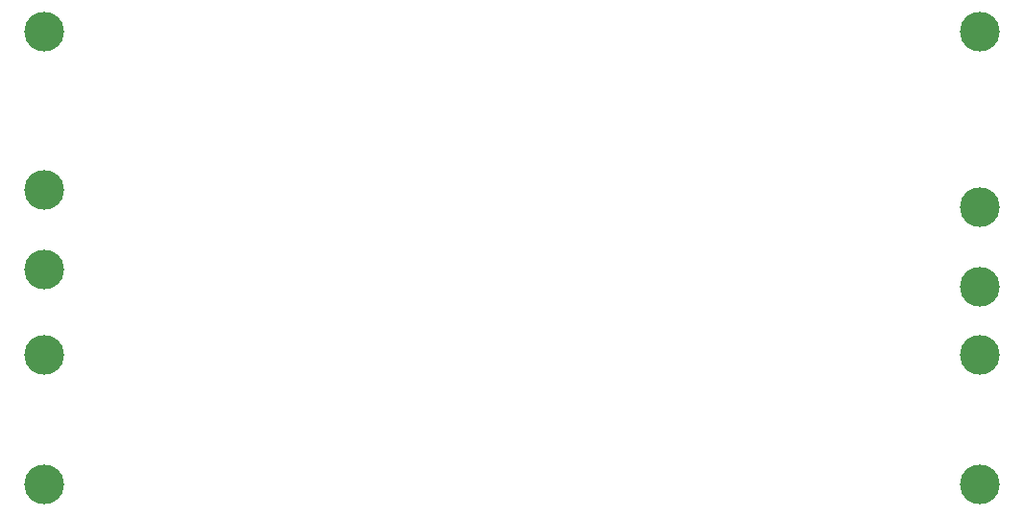
<source format=gbr>
%TF.GenerationSoftware,KiCad,Pcbnew,5.1.10*%
%TF.CreationDate,2021-07-17T21:09:20+02:00*%
%TF.ProjectId,smd-balanced,736d642d-6261-46c6-916e-6365642e6b69,rev?*%
%TF.SameCoordinates,Original*%
%TF.FileFunction,Soldermask,Bot*%
%TF.FilePolarity,Negative*%
%FSLAX46Y46*%
G04 Gerber Fmt 4.6, Leading zero omitted, Abs format (unit mm)*
G04 Created by KiCad (PCBNEW 5.1.10) date 2021-07-17 21:09:20*
%MOMM*%
%LPD*%
G01*
G04 APERTURE LIST*
%ADD10C,3.500000*%
G04 APERTURE END LIST*
D10*
%TO.C,J1*%
X40500000Y-66500000D03*
%TD*%
%TO.C,J2*%
X123000000Y-53500000D03*
%TD*%
%TO.C,J3*%
X123000000Y-60500000D03*
%TD*%
%TO.C,J4*%
X123000000Y-66500000D03*
%TD*%
%TO.C,J6*%
X40500000Y-38000000D03*
%TD*%
%TO.C,J7*%
X123000000Y-38000000D03*
%TD*%
%TO.C,J8*%
X123000000Y-78000000D03*
%TD*%
%TO.C,J9*%
X40500000Y-78000000D03*
%TD*%
%TO.C,J10*%
X40500000Y-52000000D03*
%TD*%
%TO.C,J11*%
X40500000Y-59000000D03*
%TD*%
M02*

</source>
